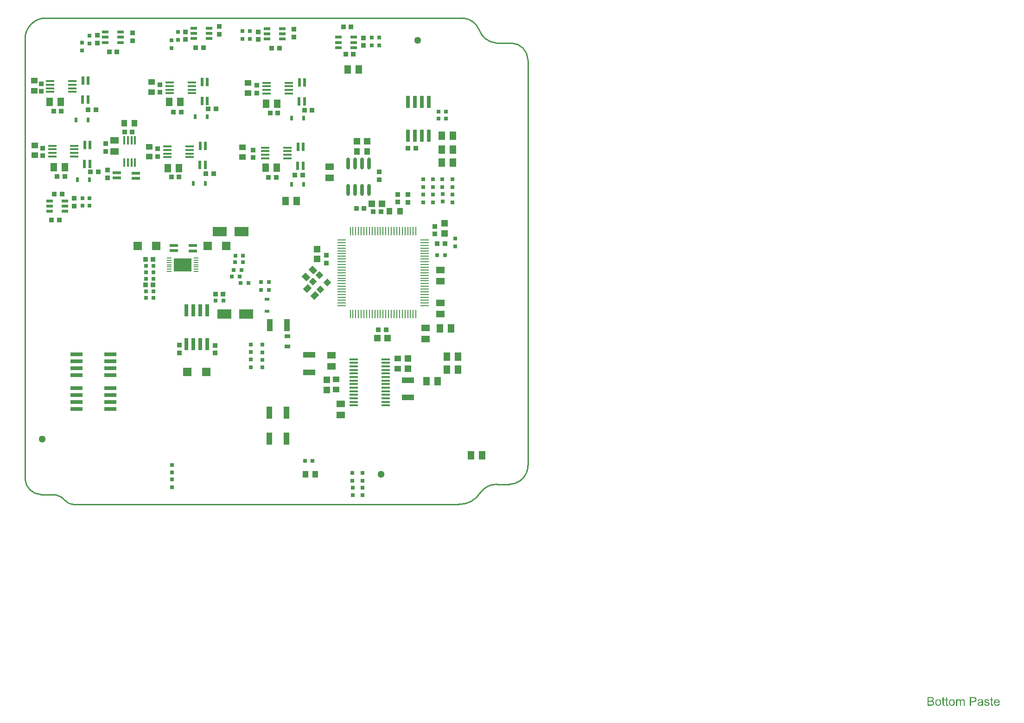
<source format=gbp>
G04*
G04 #@! TF.GenerationSoftware,Altium Limited,Altium Designer,18.1.7 (191)*
G04*
G04 Layer_Color=128*
%FSLAX25Y25*%
%MOIN*%
G70*
G01*
G75*
%ADD10C,0.01000*%
%ADD32R,0.03543X0.03543*%
%ADD34R,0.04331X0.08661*%
%ADD35R,0.04134X0.04724*%
%ADD38R,0.09843X0.06693*%
%ADD43R,0.08661X0.02756*%
%ADD44R,0.03150X0.03150*%
%ADD45R,0.06000X0.06000*%
%ADD47R,0.06000X0.04724*%
%ADD48C,0.05118*%
%ADD50R,0.04724X0.04134*%
%ADD51R,0.08661X0.04331*%
%ADD56R,0.02756X0.08661*%
%ADD58R,0.04724X0.06000*%
%ADD119R,0.04134X0.03150*%
%ADD120R,0.06102X0.01181*%
%ADD121R,0.03543X0.00787*%
%ADD122R,0.12598X0.09449*%
%ADD125O,0.02362X0.08661*%
%ADD126R,0.03150X0.03150*%
%ADD127R,0.03000X0.03000*%
%ADD128P,0.05568X4X180.0*%
%ADD129R,0.03937X0.05118*%
%ADD130R,0.02480X0.03543*%
%ADD131R,0.02480X0.03504*%
%ADD132R,0.05000X0.02000*%
%ADD133R,0.04724X0.04724*%
%ADD134R,0.01772X0.05906*%
%ADD135R,0.05906X0.02244*%
%ADD136R,0.02244X0.05906*%
%ADD137R,0.04724X0.04724*%
%ADD138R,0.03543X0.03543*%
G04:AMPARAMS|DCode=139|XSize=41.34mil|YSize=47.24mil|CornerRadius=0mil|HoleSize=0mil|Usage=FLASHONLY|Rotation=135.000|XOffset=0mil|YOffset=0mil|HoleType=Round|Shape=Rectangle|*
%AMROTATEDRECTD139*
4,1,4,0.03132,0.00209,-0.00209,-0.03132,-0.03132,-0.00209,0.00209,0.03132,0.03132,0.00209,0.0*
%
%ADD139ROTATEDRECTD139*%

G04:AMPARAMS|DCode=140|XSize=41.34mil|YSize=47.24mil|CornerRadius=0mil|HoleSize=0mil|Usage=FLASHONLY|Rotation=225.000|XOffset=0mil|YOffset=0mil|HoleType=Round|Shape=Rectangle|*
%AMROTATEDRECTD140*
4,1,4,-0.00209,0.03132,0.03132,-0.00209,0.00209,-0.03132,-0.03132,0.00209,-0.00209,0.03132,0.0*
%
%ADD140ROTATEDRECTD140*%

%ADD141R,0.03504X0.02480*%
%ADD142R,0.03543X0.02480*%
%ADD143R,0.05906X0.01772*%
%ADD171O,0.06090X0.00381*%
%ADD172O,0.00381X0.06090*%
G36*
X674384Y-140324D02*
X674448D01*
X674512Y-140333D01*
X674667Y-140360D01*
X674831Y-140406D01*
X675004Y-140479D01*
X675177Y-140570D01*
X675322Y-140697D01*
X675341Y-140716D01*
X675377Y-140770D01*
X675441Y-140852D01*
X675468Y-140916D01*
X675505Y-140980D01*
X675541Y-141062D01*
X675568Y-141144D01*
X675605Y-141235D01*
X675632Y-141344D01*
X675651Y-141454D01*
X675669Y-141581D01*
X675687Y-141709D01*
Y-141854D01*
Y-144988D01*
X674913D01*
Y-142119D01*
Y-142109D01*
Y-142100D01*
Y-142046D01*
Y-141964D01*
X674903Y-141864D01*
X674894Y-141754D01*
X674885Y-141645D01*
X674867Y-141535D01*
X674840Y-141454D01*
Y-141444D01*
X674822Y-141417D01*
X674803Y-141381D01*
X674776Y-141335D01*
X674740Y-141280D01*
X674694Y-141226D01*
X674639Y-141171D01*
X674566Y-141116D01*
X674557Y-141107D01*
X674530Y-141098D01*
X674494Y-141080D01*
X674430Y-141053D01*
X674366Y-141025D01*
X674284Y-141007D01*
X674202Y-140998D01*
X674102Y-140989D01*
X674056D01*
X674020Y-140998D01*
X673929Y-141007D01*
X673819Y-141025D01*
X673692Y-141071D01*
X673555Y-141126D01*
X673419Y-141208D01*
X673291Y-141317D01*
X673282Y-141335D01*
X673245Y-141381D01*
X673191Y-141454D01*
X673136Y-141563D01*
X673072Y-141709D01*
X673027Y-141882D01*
X672990Y-142091D01*
X672972Y-142337D01*
Y-144988D01*
X672198D01*
Y-142027D01*
Y-142018D01*
Y-142000D01*
Y-141982D01*
Y-141946D01*
X672189Y-141845D01*
X672170Y-141736D01*
X672152Y-141608D01*
X672116Y-141481D01*
X672070Y-141362D01*
X672007Y-141253D01*
X671997Y-141244D01*
X671970Y-141208D01*
X671924Y-141171D01*
X671861Y-141116D01*
X671779Y-141071D01*
X671669Y-141025D01*
X671542Y-140998D01*
X671387Y-140989D01*
X671332D01*
X671269Y-140998D01*
X671196Y-141007D01*
X671105Y-141034D01*
X670995Y-141062D01*
X670895Y-141107D01*
X670786Y-141162D01*
X670777Y-141171D01*
X670740Y-141198D01*
X670695Y-141235D01*
X670631Y-141289D01*
X670567Y-141362D01*
X670503Y-141454D01*
X670439Y-141554D01*
X670385Y-141672D01*
X670376Y-141690D01*
X670367Y-141736D01*
X670348Y-141809D01*
X670321Y-141909D01*
X670294Y-142046D01*
X670276Y-142210D01*
X670266Y-142401D01*
X670257Y-142620D01*
Y-144988D01*
X669483D01*
Y-140415D01*
X670175D01*
Y-141071D01*
X670185Y-141053D01*
X670212Y-141016D01*
X670266Y-140953D01*
X670330Y-140880D01*
X670412Y-140788D01*
X670512Y-140697D01*
X670622Y-140606D01*
X670749Y-140524D01*
X670767Y-140515D01*
X670813Y-140488D01*
X670886Y-140461D01*
X670986Y-140415D01*
X671105Y-140378D01*
X671241Y-140351D01*
X671396Y-140324D01*
X671560Y-140315D01*
X671642D01*
X671742Y-140324D01*
X671852Y-140342D01*
X671988Y-140369D01*
X672125Y-140406D01*
X672261Y-140461D01*
X672389Y-140533D01*
X672407Y-140542D01*
X672444Y-140570D01*
X672498Y-140615D01*
X672571Y-140688D01*
X672644Y-140770D01*
X672726Y-140870D01*
X672799Y-140989D01*
X672854Y-141126D01*
X672863Y-141116D01*
X672881Y-141089D01*
X672908Y-141053D01*
X672954Y-140998D01*
X673009Y-140934D01*
X673072Y-140870D01*
X673145Y-140798D01*
X673236Y-140716D01*
X673337Y-140643D01*
X673437Y-140570D01*
X673555Y-140506D01*
X673683Y-140442D01*
X673819Y-140388D01*
X673965Y-140351D01*
X674111Y-140324D01*
X674275Y-140315D01*
X674339D01*
X674384Y-140324D01*
D02*
G37*
G36*
X691748D02*
X691885Y-140333D01*
X692030Y-140351D01*
X692185Y-140388D01*
X692349Y-140424D01*
X692504Y-140479D01*
X692513D01*
X692522Y-140488D01*
X692568Y-140506D01*
X692641Y-140542D01*
X692732Y-140588D01*
X692832Y-140652D01*
X692932Y-140725D01*
X693023Y-140807D01*
X693105Y-140898D01*
X693114Y-140907D01*
X693132Y-140943D01*
X693169Y-141007D01*
X693215Y-141080D01*
X693260Y-141189D01*
X693306Y-141308D01*
X693342Y-141444D01*
X693378Y-141599D01*
X692622Y-141700D01*
Y-141681D01*
X692613Y-141645D01*
X692595Y-141581D01*
X692568Y-141499D01*
X692522Y-141417D01*
X692467Y-141326D01*
X692404Y-141235D01*
X692313Y-141153D01*
X692304Y-141144D01*
X692267Y-141126D01*
X692212Y-141089D01*
X692131Y-141053D01*
X692039Y-141016D01*
X691921Y-140980D01*
X691775Y-140962D01*
X691620Y-140953D01*
X691529D01*
X691438Y-140962D01*
X691320Y-140971D01*
X691201Y-140998D01*
X691074Y-141025D01*
X690955Y-141071D01*
X690855Y-141135D01*
X690846Y-141144D01*
X690819Y-141162D01*
X690782Y-141198D01*
X690746Y-141253D01*
X690700Y-141308D01*
X690664Y-141381D01*
X690636Y-141463D01*
X690627Y-141545D01*
Y-141554D01*
Y-141572D01*
X690636Y-141599D01*
Y-141636D01*
X690664Y-141727D01*
X690718Y-141818D01*
X690728Y-141827D01*
X690737Y-141836D01*
X690755Y-141864D01*
X690791Y-141891D01*
X690828Y-141918D01*
X690882Y-141955D01*
X690946Y-141982D01*
X691019Y-142018D01*
X691028D01*
X691046Y-142027D01*
X691083Y-142037D01*
X691147Y-142064D01*
X691238Y-142091D01*
X691356Y-142119D01*
X691429Y-142146D01*
X691511Y-142164D01*
X691602Y-142191D01*
X691702Y-142219D01*
X691711D01*
X691739Y-142228D01*
X691784Y-142237D01*
X691839Y-142255D01*
X691903Y-142273D01*
X691985Y-142292D01*
X692158Y-142346D01*
X692349Y-142401D01*
X692540Y-142465D01*
X692713Y-142528D01*
X692786Y-142556D01*
X692850Y-142583D01*
X692868Y-142592D01*
X692905Y-142611D01*
X692959Y-142638D01*
X693041Y-142683D01*
X693123Y-142738D01*
X693205Y-142811D01*
X693287Y-142893D01*
X693360Y-142984D01*
X693369Y-142993D01*
X693388Y-143029D01*
X693424Y-143084D01*
X693461Y-143166D01*
X693488Y-143266D01*
X693524Y-143376D01*
X693542Y-143503D01*
X693552Y-143649D01*
Y-143667D01*
Y-143713D01*
X693542Y-143786D01*
X693524Y-143886D01*
X693497Y-143995D01*
X693451Y-144114D01*
X693397Y-144250D01*
X693324Y-144378D01*
X693315Y-144396D01*
X693278Y-144432D01*
X693233Y-144496D01*
X693160Y-144569D01*
X693060Y-144651D01*
X692950Y-144742D01*
X692823Y-144824D01*
X692668Y-144906D01*
X692659D01*
X692650Y-144915D01*
X692595Y-144933D01*
X692504Y-144961D01*
X692385Y-144997D01*
X692240Y-145034D01*
X692076Y-145061D01*
X691903Y-145079D01*
X691702Y-145088D01*
X691620D01*
X691557Y-145079D01*
X691484D01*
X691393Y-145070D01*
X691301Y-145061D01*
X691201Y-145043D01*
X690983Y-144997D01*
X690755Y-144933D01*
X690536Y-144842D01*
X690436Y-144788D01*
X690345Y-144724D01*
X690336Y-144715D01*
X690327Y-144706D01*
X690272Y-144651D01*
X690190Y-144569D01*
X690099Y-144442D01*
X689999Y-144287D01*
X689898Y-144105D01*
X689817Y-143877D01*
X689753Y-143622D01*
X690518Y-143503D01*
Y-143512D01*
Y-143521D01*
X690536Y-143576D01*
X690554Y-143667D01*
X690591Y-143767D01*
X690636Y-143877D01*
X690691Y-143995D01*
X690773Y-144114D01*
X690873Y-144214D01*
X690892Y-144223D01*
X690928Y-144250D01*
X691001Y-144287D01*
X691092Y-144332D01*
X691210Y-144378D01*
X691347Y-144414D01*
X691511Y-144442D01*
X691702Y-144451D01*
X691793D01*
X691885Y-144442D01*
X692003Y-144423D01*
X692131Y-144396D01*
X692267Y-144360D01*
X692385Y-144314D01*
X692495Y-144241D01*
X692504Y-144232D01*
X692540Y-144205D01*
X692577Y-144159D01*
X692631Y-144095D01*
X692677Y-144023D01*
X692723Y-143931D01*
X692750Y-143840D01*
X692759Y-143731D01*
Y-143722D01*
Y-143685D01*
X692750Y-143640D01*
X692732Y-143576D01*
X692704Y-143512D01*
X692659Y-143449D01*
X692604Y-143376D01*
X692522Y-143321D01*
X692513Y-143312D01*
X692486Y-143303D01*
X692440Y-143275D01*
X692367Y-143248D01*
X692258Y-143212D01*
X692194Y-143184D01*
X692121Y-143166D01*
X692039Y-143139D01*
X691948Y-143112D01*
X691848Y-143084D01*
X691730Y-143057D01*
X691720D01*
X691693Y-143048D01*
X691648Y-143039D01*
X691593Y-143020D01*
X691520Y-143002D01*
X691438Y-142975D01*
X691265Y-142929D01*
X691065Y-142866D01*
X690873Y-142811D01*
X690691Y-142747D01*
X690609Y-142711D01*
X690545Y-142683D01*
X690527Y-142674D01*
X690491Y-142656D01*
X690436Y-142620D01*
X690363Y-142574D01*
X690281Y-142510D01*
X690199Y-142437D01*
X690117Y-142355D01*
X690044Y-142255D01*
X690035Y-142246D01*
X690017Y-142210D01*
X689990Y-142146D01*
X689962Y-142073D01*
X689935Y-141982D01*
X689908Y-141873D01*
X689889Y-141763D01*
X689880Y-141636D01*
Y-141618D01*
Y-141581D01*
X689889Y-141526D01*
X689898Y-141444D01*
X689917Y-141362D01*
X689935Y-141262D01*
X689971Y-141171D01*
X690017Y-141071D01*
X690026Y-141062D01*
X690044Y-141025D01*
X690072Y-140980D01*
X690117Y-140916D01*
X690172Y-140852D01*
X690236Y-140770D01*
X690308Y-140697D01*
X690400Y-140634D01*
X690409Y-140624D01*
X690436Y-140615D01*
X690472Y-140588D01*
X690527Y-140561D01*
X690600Y-140524D01*
X690682Y-140488D01*
X690782Y-140451D01*
X690892Y-140415D01*
X690910Y-140406D01*
X690946Y-140397D01*
X691010Y-140378D01*
X691092Y-140360D01*
X691192Y-140342D01*
X691301Y-140333D01*
X691429Y-140315D01*
X691648D01*
X691748Y-140324D01*
D02*
G37*
G36*
X687293D02*
X687430Y-140333D01*
X687585Y-140351D01*
X687739Y-140378D01*
X687894Y-140415D01*
X688040Y-140461D01*
X688058Y-140470D01*
X688104Y-140488D01*
X688168Y-140515D01*
X688250Y-140552D01*
X688341Y-140606D01*
X688432Y-140661D01*
X688514Y-140734D01*
X688587Y-140807D01*
X688596Y-140816D01*
X688614Y-140843D01*
X688641Y-140889D01*
X688678Y-140943D01*
X688723Y-141025D01*
X688760Y-141107D01*
X688796Y-141208D01*
X688824Y-141326D01*
Y-141335D01*
X688833Y-141362D01*
X688842Y-141417D01*
X688851Y-141490D01*
Y-141590D01*
X688860Y-141709D01*
X688869Y-141864D01*
Y-142037D01*
Y-143075D01*
Y-143084D01*
Y-143121D01*
Y-143175D01*
Y-143248D01*
Y-143330D01*
Y-143430D01*
X688878Y-143649D01*
Y-143877D01*
X688887Y-144105D01*
X688896Y-144205D01*
Y-144296D01*
X688905Y-144378D01*
X688915Y-144442D01*
Y-144451D01*
X688924Y-144487D01*
X688933Y-144542D01*
X688960Y-144615D01*
X688978Y-144697D01*
X689015Y-144788D01*
X689060Y-144888D01*
X689106Y-144988D01*
X688295D01*
X688286Y-144979D01*
X688277Y-144943D01*
X688259Y-144897D01*
X688231Y-144824D01*
X688204Y-144742D01*
X688186Y-144642D01*
X688168Y-144533D01*
X688149Y-144414D01*
X688140D01*
X688131Y-144432D01*
X688076Y-144478D01*
X687994Y-144542D01*
X687885Y-144624D01*
X687748Y-144706D01*
X687612Y-144797D01*
X687466Y-144879D01*
X687311Y-144943D01*
X687293Y-144952D01*
X687238Y-144961D01*
X687156Y-144988D01*
X687056Y-145016D01*
X686929Y-145043D01*
X686783Y-145061D01*
X686619Y-145079D01*
X686455Y-145088D01*
X686382D01*
X686327Y-145079D01*
X686264D01*
X686191Y-145070D01*
X686027Y-145043D01*
X685845Y-144997D01*
X685644Y-144933D01*
X685462Y-144842D01*
X685298Y-144724D01*
X685280Y-144706D01*
X685234Y-144660D01*
X685170Y-144578D01*
X685098Y-144469D01*
X685025Y-144332D01*
X684961Y-144177D01*
X684915Y-143986D01*
X684906Y-143895D01*
X684897Y-143786D01*
Y-143767D01*
Y-143731D01*
X684906Y-143667D01*
X684915Y-143585D01*
X684934Y-143485D01*
X684961Y-143385D01*
X684997Y-143275D01*
X685043Y-143175D01*
X685052Y-143166D01*
X685070Y-143130D01*
X685107Y-143075D01*
X685152Y-143011D01*
X685207Y-142938D01*
X685280Y-142866D01*
X685353Y-142793D01*
X685444Y-142729D01*
X685453Y-142720D01*
X685489Y-142702D01*
X685535Y-142665D01*
X685608Y-142629D01*
X685690Y-142592D01*
X685790Y-142547D01*
X685890Y-142510D01*
X686009Y-142474D01*
X686018D01*
X686054Y-142465D01*
X686109Y-142446D01*
X686182Y-142437D01*
X686273Y-142419D01*
X686391Y-142401D01*
X686528Y-142374D01*
X686692Y-142355D01*
X686701D01*
X686737Y-142346D01*
X686783D01*
X686847Y-142337D01*
X686919Y-142328D01*
X687011Y-142310D01*
X687111Y-142301D01*
X687220Y-142282D01*
X687439Y-142237D01*
X687676Y-142191D01*
X687885Y-142137D01*
X687985Y-142109D01*
X688076Y-142082D01*
Y-142073D01*
Y-142055D01*
X688086Y-142000D01*
Y-141936D01*
Y-141900D01*
Y-141882D01*
Y-141873D01*
Y-141864D01*
Y-141809D01*
X688076Y-141718D01*
X688058Y-141618D01*
X688031Y-141508D01*
X687985Y-141399D01*
X687931Y-141299D01*
X687858Y-141217D01*
X687849Y-141208D01*
X687803Y-141171D01*
X687730Y-141135D01*
X687639Y-141080D01*
X687512Y-141034D01*
X687366Y-140989D01*
X687184Y-140962D01*
X686974Y-140953D01*
X686883D01*
X686792Y-140962D01*
X686664Y-140980D01*
X686537Y-140998D01*
X686400Y-141034D01*
X686273Y-141080D01*
X686163Y-141144D01*
X686154Y-141153D01*
X686118Y-141180D01*
X686072Y-141226D01*
X686018Y-141299D01*
X685963Y-141390D01*
X685899Y-141508D01*
X685845Y-141654D01*
X685790Y-141818D01*
X685034Y-141718D01*
Y-141709D01*
X685043Y-141700D01*
Y-141672D01*
X685052Y-141636D01*
X685079Y-141554D01*
X685116Y-141435D01*
X685161Y-141317D01*
X685216Y-141189D01*
X685289Y-141062D01*
X685371Y-140943D01*
X685380Y-140934D01*
X685416Y-140898D01*
X685471Y-140843D01*
X685544Y-140770D01*
X685644Y-140697D01*
X685763Y-140624D01*
X685899Y-140542D01*
X686054Y-140479D01*
X686063D01*
X686072Y-140470D01*
X686100Y-140461D01*
X686136Y-140451D01*
X686227Y-140424D01*
X686355Y-140397D01*
X686501Y-140369D01*
X686683Y-140342D01*
X686874Y-140324D01*
X687093Y-140315D01*
X687193D01*
X687293Y-140324D01*
D02*
G37*
G36*
X682109Y-138693D02*
X682264Y-138702D01*
X682428Y-138711D01*
X682583Y-138730D01*
X682720Y-138748D01*
X682738D01*
X682802Y-138766D01*
X682884Y-138784D01*
X682993Y-138812D01*
X683111Y-138857D01*
X683239Y-138912D01*
X683376Y-138976D01*
X683494Y-139049D01*
X683512Y-139058D01*
X683549Y-139085D01*
X683603Y-139140D01*
X683676Y-139203D01*
X683758Y-139285D01*
X683840Y-139395D01*
X683931Y-139513D01*
X684004Y-139650D01*
X684013Y-139668D01*
X684032Y-139714D01*
X684068Y-139795D01*
X684104Y-139905D01*
X684132Y-140032D01*
X684168Y-140178D01*
X684187Y-140342D01*
X684196Y-140515D01*
Y-140524D01*
Y-140552D01*
Y-140588D01*
X684187Y-140652D01*
X684177Y-140716D01*
X684168Y-140798D01*
X684150Y-140889D01*
X684132Y-140989D01*
X684068Y-141198D01*
X684032Y-141308D01*
X683977Y-141426D01*
X683913Y-141545D01*
X683849Y-141654D01*
X683768Y-141763D01*
X683676Y-141873D01*
X683667Y-141882D01*
X683649Y-141900D01*
X683622Y-141927D01*
X683576Y-141955D01*
X683522Y-142000D01*
X683449Y-142046D01*
X683357Y-142100D01*
X683257Y-142146D01*
X683139Y-142201D01*
X683002Y-142255D01*
X682857Y-142301D01*
X682683Y-142337D01*
X682501Y-142374D01*
X682301Y-142401D01*
X682073Y-142419D01*
X681836Y-142428D01*
X680224D01*
Y-144988D01*
X679386D01*
Y-138684D01*
X681973D01*
X682109Y-138693D01*
D02*
G37*
G36*
X651518D02*
X651591D01*
X651755Y-138711D01*
X651937Y-138730D01*
X652128Y-138766D01*
X652320Y-138812D01*
X652493Y-138875D01*
X652502D01*
X652511Y-138884D01*
X652566Y-138912D01*
X652648Y-138957D01*
X652739Y-139021D01*
X652848Y-139103D01*
X652967Y-139203D01*
X653076Y-139331D01*
X653176Y-139468D01*
X653185Y-139486D01*
X653212Y-139540D01*
X653258Y-139613D01*
X653304Y-139723D01*
X653349Y-139850D01*
X653395Y-139987D01*
X653422Y-140142D01*
X653431Y-140297D01*
Y-140315D01*
Y-140360D01*
X653422Y-140442D01*
X653404Y-140542D01*
X653376Y-140661D01*
X653331Y-140788D01*
X653276Y-140916D01*
X653203Y-141053D01*
X653194Y-141071D01*
X653167Y-141107D01*
X653112Y-141180D01*
X653039Y-141253D01*
X652948Y-141344D01*
X652839Y-141444D01*
X652702Y-141535D01*
X652548Y-141627D01*
X652557D01*
X652575Y-141636D01*
X652602Y-141645D01*
X652639Y-141663D01*
X652748Y-141700D01*
X652876Y-141763D01*
X653012Y-141845D01*
X653167Y-141946D01*
X653304Y-142064D01*
X653431Y-142210D01*
X653440Y-142228D01*
X653477Y-142282D01*
X653531Y-142365D01*
X653586Y-142474D01*
X653641Y-142620D01*
X653695Y-142774D01*
X653732Y-142957D01*
X653741Y-143157D01*
Y-143166D01*
Y-143175D01*
Y-143230D01*
X653732Y-143321D01*
X653714Y-143430D01*
X653695Y-143558D01*
X653659Y-143695D01*
X653613Y-143840D01*
X653550Y-143986D01*
X653541Y-144004D01*
X653513Y-144050D01*
X653477Y-144114D01*
X653422Y-144205D01*
X653349Y-144296D01*
X653276Y-144396D01*
X653185Y-144496D01*
X653085Y-144578D01*
X653076Y-144587D01*
X653039Y-144615D01*
X652976Y-144651D01*
X652894Y-144688D01*
X652794Y-144742D01*
X652675Y-144797D01*
X652548Y-144842D01*
X652393Y-144888D01*
X652374D01*
X652320Y-144906D01*
X652229Y-144915D01*
X652110Y-144933D01*
X651965Y-144952D01*
X651791Y-144970D01*
X651600Y-144979D01*
X651381Y-144988D01*
X648976D01*
Y-138684D01*
X651454D01*
X651518Y-138693D01*
D02*
G37*
G36*
X695374Y-140415D02*
X696157D01*
Y-141016D01*
X695374D01*
Y-143704D01*
Y-143722D01*
Y-143758D01*
Y-143813D01*
X695383Y-143877D01*
X695392Y-144023D01*
X695401Y-144086D01*
X695410Y-144132D01*
X695419Y-144150D01*
X695446Y-144186D01*
X695483Y-144232D01*
X695547Y-144278D01*
X695565Y-144287D01*
X695611Y-144305D01*
X695692Y-144323D01*
X695811Y-144332D01*
X695902D01*
X695948Y-144323D01*
X696011D01*
X696084Y-144314D01*
X696157Y-144305D01*
X696257Y-144988D01*
X696239D01*
X696203Y-144997D01*
X696139Y-145006D01*
X696057Y-145016D01*
X695966Y-145034D01*
X695865Y-145043D01*
X695665Y-145052D01*
X695592D01*
X695519Y-145043D01*
X695428Y-145034D01*
X695319Y-145025D01*
X695210Y-144997D01*
X695109Y-144970D01*
X695009Y-144924D01*
X695000Y-144915D01*
X694973Y-144897D01*
X694936Y-144870D01*
X694882Y-144824D01*
X694836Y-144779D01*
X694781Y-144715D01*
X694727Y-144651D01*
X694690Y-144569D01*
Y-144560D01*
X694672Y-144524D01*
X694663Y-144460D01*
X694645Y-144369D01*
X694627Y-144250D01*
X694618Y-144177D01*
Y-144095D01*
X694608Y-143995D01*
X694599Y-143895D01*
Y-143786D01*
Y-143658D01*
Y-141016D01*
X694025D01*
Y-140415D01*
X694599D01*
Y-139285D01*
X695374Y-138821D01*
Y-140415D01*
D02*
G37*
G36*
X663042D02*
X663826D01*
Y-141016D01*
X663042D01*
Y-143704D01*
Y-143722D01*
Y-143758D01*
Y-143813D01*
X663051Y-143877D01*
X663060Y-144023D01*
X663069Y-144086D01*
X663079Y-144132D01*
X663088Y-144150D01*
X663115Y-144186D01*
X663152Y-144232D01*
X663215Y-144278D01*
X663234Y-144287D01*
X663279Y-144305D01*
X663361Y-144323D01*
X663480Y-144332D01*
X663571D01*
X663616Y-144323D01*
X663680D01*
X663753Y-144314D01*
X663826Y-144305D01*
X663926Y-144988D01*
X663908D01*
X663871Y-144997D01*
X663807Y-145006D01*
X663726Y-145016D01*
X663634Y-145034D01*
X663534Y-145043D01*
X663334Y-145052D01*
X663261D01*
X663188Y-145043D01*
X663097Y-145034D01*
X662988Y-145025D01*
X662878Y-144997D01*
X662778Y-144970D01*
X662678Y-144924D01*
X662669Y-144915D01*
X662641Y-144897D01*
X662605Y-144870D01*
X662550Y-144824D01*
X662505Y-144779D01*
X662450Y-144715D01*
X662395Y-144651D01*
X662359Y-144569D01*
Y-144560D01*
X662341Y-144524D01*
X662332Y-144460D01*
X662313Y-144369D01*
X662295Y-144250D01*
X662286Y-144177D01*
Y-144095D01*
X662277Y-143995D01*
X662268Y-143895D01*
Y-143786D01*
Y-143658D01*
Y-141016D01*
X661694D01*
Y-140415D01*
X662268D01*
Y-139285D01*
X663042Y-138821D01*
Y-140415D01*
D02*
G37*
G36*
X660592D02*
X661375D01*
Y-141016D01*
X660592D01*
Y-143704D01*
Y-143722D01*
Y-143758D01*
Y-143813D01*
X660601Y-143877D01*
X660610Y-144023D01*
X660619Y-144086D01*
X660628Y-144132D01*
X660637Y-144150D01*
X660665Y-144186D01*
X660701Y-144232D01*
X660765Y-144278D01*
X660783Y-144287D01*
X660828Y-144305D01*
X660911Y-144323D01*
X661029Y-144332D01*
X661120D01*
X661166Y-144323D01*
X661229D01*
X661302Y-144314D01*
X661375Y-144305D01*
X661475Y-144988D01*
X661457D01*
X661421Y-144997D01*
X661357Y-145006D01*
X661275Y-145016D01*
X661184Y-145034D01*
X661084Y-145043D01*
X660883Y-145052D01*
X660810D01*
X660737Y-145043D01*
X660646Y-145034D01*
X660537Y-145025D01*
X660428Y-144997D01*
X660327Y-144970D01*
X660227Y-144924D01*
X660218Y-144915D01*
X660191Y-144897D01*
X660154Y-144870D01*
X660100Y-144824D01*
X660054Y-144779D01*
X660000Y-144715D01*
X659945Y-144651D01*
X659908Y-144569D01*
Y-144560D01*
X659890Y-144524D01*
X659881Y-144460D01*
X659863Y-144369D01*
X659845Y-144250D01*
X659835Y-144177D01*
Y-144095D01*
X659826Y-143995D01*
X659817Y-143895D01*
Y-143786D01*
Y-143658D01*
Y-141016D01*
X659243D01*
Y-140415D01*
X659817D01*
Y-139285D01*
X660592Y-138821D01*
Y-140415D01*
D02*
G37*
G36*
X698945Y-140324D02*
X699018Y-140333D01*
X699109Y-140351D01*
X699209Y-140369D01*
X699327Y-140397D01*
X699437Y-140424D01*
X699564Y-140470D01*
X699683Y-140515D01*
X699810Y-140579D01*
X699938Y-140652D01*
X700065Y-140734D01*
X700184Y-140834D01*
X700293Y-140943D01*
X700302Y-140953D01*
X700320Y-140971D01*
X700348Y-141007D01*
X700384Y-141062D01*
X700430Y-141126D01*
X700475Y-141198D01*
X700530Y-141289D01*
X700585Y-141399D01*
X700639Y-141517D01*
X700694Y-141645D01*
X700739Y-141791D01*
X700785Y-141946D01*
X700821Y-142119D01*
X700849Y-142301D01*
X700867Y-142492D01*
X700876Y-142702D01*
Y-142711D01*
Y-142747D01*
Y-142811D01*
X700867Y-142902D01*
X697451D01*
Y-142911D01*
Y-142938D01*
X697460Y-142975D01*
Y-143029D01*
X697469Y-143093D01*
X697487Y-143166D01*
X697514Y-143330D01*
X697569Y-143512D01*
X697642Y-143713D01*
X697742Y-143895D01*
X697870Y-144059D01*
X697879D01*
X697888Y-144077D01*
X697943Y-144123D01*
X698025Y-144186D01*
X698134Y-144250D01*
X698280Y-144323D01*
X698444Y-144387D01*
X698626Y-144432D01*
X698726Y-144442D01*
X698835Y-144451D01*
X698908D01*
X698990Y-144442D01*
X699090Y-144423D01*
X699200Y-144396D01*
X699327Y-144360D01*
X699446Y-144305D01*
X699564Y-144232D01*
X699573Y-144223D01*
X699619Y-144186D01*
X699674Y-144132D01*
X699737Y-144059D01*
X699810Y-143959D01*
X699892Y-143831D01*
X699974Y-143685D01*
X700047Y-143512D01*
X700849Y-143613D01*
Y-143622D01*
X700840Y-143640D01*
X700831Y-143676D01*
X700812Y-143731D01*
X700785Y-143786D01*
X700758Y-143859D01*
X700685Y-144013D01*
X700594Y-144186D01*
X700466Y-144369D01*
X700320Y-144542D01*
X700138Y-144706D01*
X700129D01*
X700111Y-144724D01*
X700083Y-144742D01*
X700047Y-144770D01*
X699992Y-144797D01*
X699938Y-144824D01*
X699865Y-144861D01*
X699783Y-144897D01*
X699692Y-144933D01*
X699601Y-144970D01*
X699373Y-145025D01*
X699118Y-145070D01*
X698835Y-145088D01*
X698735D01*
X698671Y-145079D01*
X698589Y-145070D01*
X698489Y-145052D01*
X698380Y-145034D01*
X698261Y-145016D01*
X698006Y-144943D01*
X697870Y-144888D01*
X697742Y-144833D01*
X697606Y-144760D01*
X697478Y-144678D01*
X697360Y-144587D01*
X697241Y-144478D01*
X697232Y-144469D01*
X697214Y-144451D01*
X697187Y-144414D01*
X697150Y-144360D01*
X697105Y-144296D01*
X697059Y-144223D01*
X697004Y-144132D01*
X696950Y-144032D01*
X696895Y-143913D01*
X696840Y-143786D01*
X696795Y-143640D01*
X696749Y-143485D01*
X696713Y-143321D01*
X696686Y-143139D01*
X696667Y-142948D01*
X696658Y-142747D01*
Y-142738D01*
Y-142692D01*
Y-142638D01*
X696667Y-142556D01*
X696676Y-142456D01*
X696686Y-142346D01*
X696704Y-142219D01*
X696731Y-142091D01*
X696804Y-141800D01*
X696849Y-141654D01*
X696904Y-141499D01*
X696977Y-141353D01*
X697059Y-141217D01*
X697150Y-141080D01*
X697250Y-140953D01*
X697259Y-140943D01*
X697278Y-140925D01*
X697314Y-140898D01*
X697360Y-140852D01*
X697414Y-140807D01*
X697487Y-140752D01*
X697569Y-140688D01*
X697669Y-140634D01*
X697769Y-140570D01*
X697888Y-140515D01*
X698015Y-140461D01*
X698152Y-140415D01*
X698298Y-140369D01*
X698453Y-140342D01*
X698617Y-140324D01*
X698790Y-140315D01*
X698881D01*
X698945Y-140324D01*
D02*
G37*
G36*
X666595D02*
X666677Y-140333D01*
X666768Y-140351D01*
X666868Y-140369D01*
X666987Y-140388D01*
X667233Y-140470D01*
X667360Y-140515D01*
X667488Y-140579D01*
X667615Y-140643D01*
X667743Y-140734D01*
X667861Y-140825D01*
X667980Y-140934D01*
X667989Y-140943D01*
X668007Y-140962D01*
X668035Y-140998D01*
X668071Y-141044D01*
X668117Y-141107D01*
X668171Y-141189D01*
X668226Y-141280D01*
X668281Y-141381D01*
X668335Y-141490D01*
X668390Y-141627D01*
X668444Y-141763D01*
X668490Y-141918D01*
X668526Y-142082D01*
X668554Y-142255D01*
X668572Y-142437D01*
X668581Y-142638D01*
Y-142647D01*
Y-142674D01*
Y-142720D01*
Y-142784D01*
X668572Y-142857D01*
X668563Y-142948D01*
Y-143039D01*
X668545Y-143139D01*
X668517Y-143367D01*
X668463Y-143594D01*
X668399Y-143822D01*
X668308Y-144032D01*
Y-144041D01*
X668299Y-144050D01*
X668281Y-144077D01*
X668262Y-144114D01*
X668198Y-144205D01*
X668117Y-144314D01*
X668007Y-144442D01*
X667871Y-144569D01*
X667716Y-144697D01*
X667533Y-144815D01*
X667524D01*
X667515Y-144824D01*
X667488Y-144842D01*
X667442Y-144861D01*
X667397Y-144879D01*
X667342Y-144897D01*
X667205Y-144952D01*
X667051Y-144997D01*
X666859Y-145043D01*
X666659Y-145079D01*
X666440Y-145088D01*
X666349D01*
X666276Y-145079D01*
X666194Y-145070D01*
X666103Y-145052D01*
X665994Y-145034D01*
X665884Y-145016D01*
X665639Y-144943D01*
X665502Y-144888D01*
X665374Y-144833D01*
X665247Y-144760D01*
X665119Y-144678D01*
X665001Y-144587D01*
X664882Y-144478D01*
X664873Y-144469D01*
X664855Y-144451D01*
X664828Y-144414D01*
X664791Y-144360D01*
X664746Y-144296D01*
X664700Y-144223D01*
X664646Y-144132D01*
X664591Y-144023D01*
X664536Y-143904D01*
X664482Y-143767D01*
X664436Y-143622D01*
X664391Y-143467D01*
X664354Y-143294D01*
X664327Y-143112D01*
X664309Y-142911D01*
X664299Y-142702D01*
Y-142683D01*
Y-142647D01*
X664309Y-142583D01*
Y-142492D01*
X664318Y-142392D01*
X664336Y-142264D01*
X664354Y-142137D01*
X664391Y-141991D01*
X664427Y-141845D01*
X664472Y-141690D01*
X664527Y-141526D01*
X664600Y-141372D01*
X664673Y-141226D01*
X664773Y-141080D01*
X664873Y-140943D01*
X665001Y-140825D01*
X665010Y-140816D01*
X665028Y-140807D01*
X665065Y-140779D01*
X665110Y-140743D01*
X665165Y-140707D01*
X665238Y-140661D01*
X665311Y-140615D01*
X665402Y-140570D01*
X665502Y-140524D01*
X665611Y-140479D01*
X665857Y-140397D01*
X666140Y-140333D01*
X666285Y-140324D01*
X666440Y-140315D01*
X666531D01*
X666595Y-140324D01*
D02*
G37*
G36*
X656793D02*
X656875Y-140333D01*
X656966Y-140351D01*
X657066Y-140369D01*
X657185Y-140388D01*
X657431Y-140470D01*
X657558Y-140515D01*
X657686Y-140579D01*
X657813Y-140643D01*
X657941Y-140734D01*
X658059Y-140825D01*
X658178Y-140934D01*
X658187Y-140943D01*
X658205Y-140962D01*
X658232Y-140998D01*
X658269Y-141044D01*
X658314Y-141107D01*
X658369Y-141189D01*
X658423Y-141280D01*
X658478Y-141381D01*
X658533Y-141490D01*
X658587Y-141627D01*
X658642Y-141763D01*
X658688Y-141918D01*
X658724Y-142082D01*
X658751Y-142255D01*
X658770Y-142437D01*
X658779Y-142638D01*
Y-142647D01*
Y-142674D01*
Y-142720D01*
Y-142784D01*
X658770Y-142857D01*
X658760Y-142948D01*
Y-143039D01*
X658742Y-143139D01*
X658715Y-143367D01*
X658660Y-143594D01*
X658597Y-143822D01*
X658505Y-144032D01*
Y-144041D01*
X658496Y-144050D01*
X658478Y-144077D01*
X658460Y-144114D01*
X658396Y-144205D01*
X658314Y-144314D01*
X658205Y-144442D01*
X658068Y-144569D01*
X657913Y-144697D01*
X657731Y-144815D01*
X657722D01*
X657713Y-144824D01*
X657686Y-144842D01*
X657640Y-144861D01*
X657594Y-144879D01*
X657540Y-144897D01*
X657403Y-144952D01*
X657248Y-144997D01*
X657057Y-145043D01*
X656856Y-145079D01*
X656638Y-145088D01*
X656547D01*
X656474Y-145079D01*
X656392Y-145070D01*
X656301Y-145052D01*
X656191Y-145034D01*
X656082Y-145016D01*
X655836Y-144943D01*
X655700Y-144888D01*
X655572Y-144833D01*
X655444Y-144760D01*
X655317Y-144678D01*
X655198Y-144587D01*
X655080Y-144478D01*
X655071Y-144469D01*
X655053Y-144451D01*
X655025Y-144414D01*
X654989Y-144360D01*
X654943Y-144296D01*
X654898Y-144223D01*
X654843Y-144132D01*
X654789Y-144023D01*
X654734Y-143904D01*
X654679Y-143767D01*
X654634Y-143622D01*
X654588Y-143467D01*
X654552Y-143294D01*
X654524Y-143112D01*
X654506Y-142911D01*
X654497Y-142702D01*
Y-142683D01*
Y-142647D01*
X654506Y-142583D01*
Y-142492D01*
X654515Y-142392D01*
X654533Y-142264D01*
X654552Y-142137D01*
X654588Y-141991D01*
X654625Y-141845D01*
X654670Y-141690D01*
X654725Y-141526D01*
X654798Y-141372D01*
X654871Y-141226D01*
X654971Y-141080D01*
X655071Y-140943D01*
X655198Y-140825D01*
X655208Y-140816D01*
X655226Y-140807D01*
X655262Y-140779D01*
X655308Y-140743D01*
X655363Y-140707D01*
X655435Y-140661D01*
X655508Y-140615D01*
X655599Y-140570D01*
X655700Y-140524D01*
X655809Y-140479D01*
X656055Y-140397D01*
X656337Y-140333D01*
X656483Y-140324D01*
X656638Y-140315D01*
X656729D01*
X656793Y-140324D01*
D02*
G37*
%LPC*%
G36*
X688086Y-142692D02*
X688076D01*
X688067Y-142702D01*
X688040Y-142711D01*
X688004Y-142720D01*
X687958Y-142738D01*
X687903Y-142756D01*
X687840Y-142774D01*
X687767Y-142793D01*
X687685Y-142820D01*
X687585Y-142838D01*
X687484Y-142866D01*
X687366Y-142893D01*
X687238Y-142920D01*
X687111Y-142948D01*
X686965Y-142966D01*
X686810Y-142993D01*
X686792D01*
X686737Y-143002D01*
X686646Y-143020D01*
X686546Y-143039D01*
X686437Y-143057D01*
X686327Y-143084D01*
X686227Y-143112D01*
X686136Y-143148D01*
X686127D01*
X686100Y-143166D01*
X686063Y-143184D01*
X686027Y-143212D01*
X685917Y-143285D01*
X685826Y-143394D01*
Y-143403D01*
X685808Y-143421D01*
X685799Y-143458D01*
X685781Y-143503D01*
X685763Y-143558D01*
X685744Y-143613D01*
X685735Y-143685D01*
X685726Y-143758D01*
Y-143767D01*
Y-143813D01*
X685735Y-143868D01*
X685753Y-143941D01*
X685781Y-144023D01*
X685826Y-144105D01*
X685881Y-144196D01*
X685954Y-144278D01*
X685963Y-144287D01*
X685999Y-144305D01*
X686054Y-144341D01*
X686127Y-144378D01*
X686227Y-144414D01*
X686346Y-144451D01*
X686482Y-144469D01*
X686646Y-144478D01*
X686719D01*
X686810Y-144469D01*
X686910Y-144451D01*
X687038Y-144432D01*
X687165Y-144396D01*
X687302Y-144351D01*
X687439Y-144287D01*
X687457Y-144278D01*
X687494Y-144250D01*
X687557Y-144205D01*
X687630Y-144141D01*
X687712Y-144068D01*
X687803Y-143977D01*
X687876Y-143868D01*
X687949Y-143749D01*
X687958Y-143740D01*
X687967Y-143704D01*
X687985Y-143640D01*
X688013Y-143558D01*
X688040Y-143449D01*
X688058Y-143321D01*
X688067Y-143166D01*
X688076Y-142984D01*
X688086Y-142692D01*
D02*
G37*
G36*
X682027Y-139431D02*
X680224D01*
Y-141681D01*
X681918D01*
X681982Y-141672D01*
X682046D01*
X682119Y-141663D01*
X682292Y-141645D01*
X682483Y-141608D01*
X682674Y-141554D01*
X682847Y-141481D01*
X682929Y-141435D01*
X682993Y-141381D01*
X683011Y-141362D01*
X683048Y-141326D01*
X683102Y-141253D01*
X683166Y-141162D01*
X683230Y-141044D01*
X683285Y-140898D01*
X683321Y-140734D01*
X683339Y-140542D01*
Y-140533D01*
Y-140524D01*
Y-140479D01*
X683330Y-140397D01*
X683312Y-140306D01*
X683294Y-140205D01*
X683257Y-140087D01*
X683203Y-139978D01*
X683139Y-139868D01*
X683130Y-139859D01*
X683102Y-139823D01*
X683057Y-139777D01*
X683002Y-139714D01*
X682920Y-139650D01*
X682829Y-139595D01*
X682729Y-139540D01*
X682611Y-139495D01*
X682601D01*
X682565Y-139486D01*
X682510Y-139477D01*
X682437Y-139458D01*
X682328Y-139449D01*
X682191Y-139440D01*
X682027Y-139431D01*
D02*
G37*
G36*
X651308D02*
X649815D01*
Y-141326D01*
X651363D01*
X651482Y-141317D01*
X651609Y-141308D01*
X651737Y-141299D01*
X651864Y-141280D01*
X651965Y-141262D01*
X651983Y-141253D01*
X652019Y-141244D01*
X652074Y-141217D01*
X652147Y-141180D01*
X652219Y-141144D01*
X652302Y-141089D01*
X652384Y-141016D01*
X652447Y-140943D01*
X652456Y-140934D01*
X652475Y-140907D01*
X652502Y-140852D01*
X652529Y-140788D01*
X652557Y-140716D01*
X652584Y-140624D01*
X652602Y-140515D01*
X652611Y-140397D01*
Y-140378D01*
Y-140342D01*
X652602Y-140287D01*
X652593Y-140215D01*
X652575Y-140123D01*
X652548Y-140032D01*
X652511Y-139941D01*
X652456Y-139850D01*
X652447Y-139841D01*
X652429Y-139814D01*
X652393Y-139768D01*
X652347Y-139723D01*
X652283Y-139668D01*
X652210Y-139613D01*
X652119Y-139559D01*
X652019Y-139522D01*
X652010D01*
X651965Y-139504D01*
X651901Y-139495D01*
X651800Y-139477D01*
X651664Y-139458D01*
X651509Y-139449D01*
X651308Y-139431D01*
D02*
G37*
G36*
X651473Y-142073D02*
X649815D01*
Y-144241D01*
X651609D01*
X651800Y-144232D01*
X651883Y-144223D01*
X651955Y-144214D01*
X651965D01*
X652001Y-144205D01*
X652056Y-144196D01*
X652119Y-144177D01*
X652274Y-144123D01*
X652429Y-144050D01*
X652438Y-144041D01*
X652465Y-144023D01*
X652502Y-143995D01*
X652548Y-143959D01*
X652593Y-143904D01*
X652657Y-143850D01*
X652702Y-143777D01*
X652757Y-143695D01*
X652766Y-143685D01*
X652775Y-143658D01*
X652794Y-143604D01*
X652821Y-143540D01*
X652848Y-143467D01*
X652866Y-143376D01*
X652876Y-143266D01*
X652885Y-143157D01*
Y-143139D01*
Y-143102D01*
X652876Y-143029D01*
X652857Y-142948D01*
X652839Y-142857D01*
X652803Y-142756D01*
X652757Y-142656D01*
X652693Y-142556D01*
X652684Y-142547D01*
X652657Y-142510D01*
X652620Y-142465D01*
X652566Y-142410D01*
X652493Y-142346D01*
X652402Y-142282D01*
X652302Y-142228D01*
X652183Y-142182D01*
X652165Y-142173D01*
X652128Y-142164D01*
X652046Y-142146D01*
X651946Y-142128D01*
X651819Y-142109D01*
X651664Y-142091D01*
X651473Y-142073D01*
D02*
G37*
G36*
X698799Y-140953D02*
X698744D01*
X698708Y-140962D01*
X698608Y-140971D01*
X698489Y-140998D01*
X698344Y-141044D01*
X698189Y-141107D01*
X698043Y-141198D01*
X697897Y-141317D01*
X697879Y-141335D01*
X697842Y-141381D01*
X697779Y-141463D01*
X697715Y-141572D01*
X697642Y-141700D01*
X697578Y-141864D01*
X697524Y-142055D01*
X697496Y-142264D01*
X700056D01*
Y-142255D01*
Y-142237D01*
X700047Y-142210D01*
Y-142173D01*
X700029Y-142064D01*
X700001Y-141946D01*
X699956Y-141800D01*
X699910Y-141663D01*
X699837Y-141526D01*
X699755Y-141408D01*
Y-141399D01*
X699737Y-141390D01*
X699692Y-141335D01*
X699610Y-141262D01*
X699500Y-141180D01*
X699364Y-141098D01*
X699200Y-141025D01*
X699009Y-140971D01*
X698908Y-140962D01*
X698799Y-140953D01*
D02*
G37*
G36*
X666440D02*
X666386D01*
X666340Y-140962D01*
X666240Y-140971D01*
X666103Y-141007D01*
X665948Y-141062D01*
X665784Y-141135D01*
X665629Y-141244D01*
X665548Y-141317D01*
X665475Y-141390D01*
Y-141399D01*
X665456Y-141408D01*
X665438Y-141435D01*
X665411Y-141472D01*
X665383Y-141517D01*
X665356Y-141572D01*
X665320Y-141645D01*
X665283Y-141718D01*
X665247Y-141809D01*
X665210Y-141900D01*
X665183Y-142009D01*
X665156Y-142128D01*
X665128Y-142255D01*
X665110Y-142392D01*
X665101Y-142547D01*
X665092Y-142702D01*
Y-142711D01*
Y-142738D01*
Y-142784D01*
X665101Y-142847D01*
Y-142920D01*
X665110Y-143002D01*
X665137Y-143193D01*
X665183Y-143412D01*
X665256Y-143631D01*
X665347Y-143840D01*
X665411Y-143931D01*
X665475Y-144023D01*
X665484D01*
X665493Y-144041D01*
X665548Y-144086D01*
X665629Y-144159D01*
X665739Y-144232D01*
X665875Y-144314D01*
X666039Y-144387D01*
X666231Y-144432D01*
X666331Y-144442D01*
X666440Y-144451D01*
X666495D01*
X666540Y-144442D01*
X666641Y-144423D01*
X666777Y-144396D01*
X666923Y-144341D01*
X667087Y-144269D01*
X667242Y-144159D01*
X667324Y-144086D01*
X667397Y-144013D01*
X667406Y-144004D01*
X667415Y-143995D01*
X667433Y-143968D01*
X667461Y-143931D01*
X667488Y-143886D01*
X667524Y-143831D01*
X667561Y-143758D01*
X667597Y-143685D01*
X667634Y-143594D01*
X667661Y-143494D01*
X667697Y-143385D01*
X667725Y-143266D01*
X667752Y-143130D01*
X667770Y-142993D01*
X667789Y-142838D01*
Y-142674D01*
Y-142665D01*
Y-142638D01*
Y-142592D01*
X667779Y-142538D01*
Y-142465D01*
X667770Y-142383D01*
X667743Y-142191D01*
X667697Y-141991D01*
X667625Y-141772D01*
X667524Y-141572D01*
X667470Y-141472D01*
X667397Y-141390D01*
Y-141381D01*
X667379Y-141372D01*
X667324Y-141317D01*
X667242Y-141253D01*
X667133Y-141171D01*
X666996Y-141089D01*
X666832Y-141016D01*
X666650Y-140971D01*
X666550Y-140962D01*
X666440Y-140953D01*
D02*
G37*
G36*
X656638D02*
X656583D01*
X656538Y-140962D01*
X656437Y-140971D01*
X656301Y-141007D01*
X656146Y-141062D01*
X655982Y-141135D01*
X655827Y-141244D01*
X655745Y-141317D01*
X655672Y-141390D01*
Y-141399D01*
X655654Y-141408D01*
X655636Y-141435D01*
X655609Y-141472D01*
X655581Y-141517D01*
X655554Y-141572D01*
X655517Y-141645D01*
X655481Y-141718D01*
X655444Y-141809D01*
X655408Y-141900D01*
X655381Y-142009D01*
X655353Y-142128D01*
X655326Y-142255D01*
X655308Y-142392D01*
X655299Y-142547D01*
X655290Y-142702D01*
Y-142711D01*
Y-142738D01*
Y-142784D01*
X655299Y-142847D01*
Y-142920D01*
X655308Y-143002D01*
X655335Y-143193D01*
X655381Y-143412D01*
X655454Y-143631D01*
X655545Y-143840D01*
X655609Y-143931D01*
X655672Y-144023D01*
X655681D01*
X655690Y-144041D01*
X655745Y-144086D01*
X655827Y-144159D01*
X655936Y-144232D01*
X656073Y-144314D01*
X656237Y-144387D01*
X656428Y-144432D01*
X656529Y-144442D01*
X656638Y-144451D01*
X656693D01*
X656738Y-144442D01*
X656838Y-144423D01*
X656975Y-144396D01*
X657121Y-144341D01*
X657285Y-144269D01*
X657440Y-144159D01*
X657522Y-144086D01*
X657594Y-144013D01*
X657604Y-144004D01*
X657613Y-143995D01*
X657631Y-143968D01*
X657658Y-143931D01*
X657686Y-143886D01*
X657722Y-143831D01*
X657758Y-143758D01*
X657795Y-143685D01*
X657831Y-143594D01*
X657859Y-143494D01*
X657895Y-143385D01*
X657922Y-143266D01*
X657950Y-143130D01*
X657968Y-142993D01*
X657986Y-142838D01*
Y-142674D01*
Y-142665D01*
Y-142638D01*
Y-142592D01*
X657977Y-142538D01*
Y-142465D01*
X657968Y-142383D01*
X657941Y-142191D01*
X657895Y-141991D01*
X657822Y-141772D01*
X657722Y-141572D01*
X657667Y-141472D01*
X657594Y-141390D01*
Y-141381D01*
X657576Y-141372D01*
X657522Y-141317D01*
X657440Y-141253D01*
X657330Y-141171D01*
X657194Y-141089D01*
X657030Y-141016D01*
X656847Y-140971D01*
X656747Y-140962D01*
X656638Y-140953D01*
D02*
G37*
%LPD*%
D10*
X14449Y349882D02*
G03*
X45Y335005I609J-15002D01*
G01*
X326575Y341220D02*
G03*
X314724Y349882I-12571J-4763D01*
G01*
X326575Y341339D02*
G03*
X338898Y331928I13326J4677D01*
G01*
X361631Y319611D02*
G03*
X349410Y331906I-12330J-35D01*
G01*
X339435Y14356D02*
G03*
X327284Y8150I-253J-14503D01*
G01*
X348242Y14356D02*
G03*
X361631Y27953I-102J13490D01*
G01*
X311967Y-72D02*
G03*
X327284Y8150I575J17307D01*
G01*
X29278Y2252D02*
G03*
X34488Y-72I4950J4095D01*
G01*
X29278Y2252D02*
G03*
X21524Y6947I-10086J-7908D01*
G01*
X39Y18032D02*
G03*
X11317Y6947I11796J722D01*
G01*
X39Y18032D02*
Y334880D01*
X14449Y349882D02*
X16575D01*
X314724D01*
X338898Y331928D02*
X349301D01*
X361631Y27953D02*
X361631Y319611D01*
X339181Y14356D02*
X348242D01*
X34488Y-72D02*
X311967Y-72D01*
X11317Y6947D02*
X21524D01*
D32*
X275394Y256260D02*
D03*
X280906D02*
D03*
X142386Y151166D02*
D03*
X136874D02*
D03*
X86598Y176323D02*
D03*
X92110D02*
D03*
X86598Y157924D02*
D03*
X92110D02*
D03*
X256008Y210497D02*
D03*
X250496D02*
D03*
X243724Y212938D02*
D03*
X238212D02*
D03*
X301992Y187623D02*
D03*
X296480D02*
D03*
X71638Y267938D02*
D03*
X77149D02*
D03*
X45457Y283843D02*
D03*
X50968D02*
D03*
X20535Y282820D02*
D03*
X26047D02*
D03*
X47071Y239276D02*
D03*
X52583D02*
D03*
X23094Y235733D02*
D03*
X28606D02*
D03*
X131835Y284552D02*
D03*
X137346D02*
D03*
X106835Y282229D02*
D03*
X112346D02*
D03*
X19039Y204394D02*
D03*
X24551D02*
D03*
X130024Y237820D02*
D03*
X135535D02*
D03*
X105220Y235379D02*
D03*
X110732D02*
D03*
X200968Y283371D02*
D03*
X206480D02*
D03*
X176283Y281599D02*
D03*
X181795D02*
D03*
X199630Y236835D02*
D03*
X194118D02*
D03*
X175142Y235339D02*
D03*
X180654D02*
D03*
X128331Y328686D02*
D03*
X122819D02*
D03*
X66126Y325575D02*
D03*
X60614D02*
D03*
X21008Y223174D02*
D03*
X26520D02*
D03*
X182858Y328331D02*
D03*
X177346D02*
D03*
X236087Y323725D02*
D03*
X230575D02*
D03*
X228961Y343607D02*
D03*
X234472D02*
D03*
X259630Y125497D02*
D03*
X254118D02*
D03*
D34*
X175535Y65969D02*
D03*
X188134D02*
D03*
X188488Y128804D02*
D03*
X175890D02*
D03*
X188134Y47111D02*
D03*
X175535D02*
D03*
D35*
X208799Y21378D02*
D03*
X201516D02*
D03*
X71421Y274197D02*
D03*
X78705D02*
D03*
X245870Y253961D02*
D03*
X238586D02*
D03*
D38*
X159079Y136835D02*
D03*
X143331D02*
D03*
X139984Y196166D02*
D03*
X155732D02*
D03*
D43*
X36913Y92819D02*
D03*
Y97820D02*
D03*
Y102820D02*
D03*
Y107819D02*
D03*
X61342Y92819D02*
D03*
Y97820D02*
D03*
Y102820D02*
D03*
Y107819D02*
D03*
X36913Y68449D02*
D03*
Y73449D02*
D03*
Y78449D02*
D03*
Y83449D02*
D03*
X61342Y68449D02*
D03*
Y73449D02*
D03*
Y78449D02*
D03*
Y83449D02*
D03*
D44*
X154325Y163976D02*
D03*
X148825D02*
D03*
X175268Y154232D02*
D03*
X169768D02*
D03*
Y159730D02*
D03*
X175268D02*
D03*
X297286Y282575D02*
D03*
X302786D02*
D03*
X297286Y277362D02*
D03*
X302786D02*
D03*
X301947Y179079D02*
D03*
X296447D02*
D03*
X92493Y153128D02*
D03*
X86993D02*
D03*
Y166927D02*
D03*
X92493D02*
D03*
X155026Y159129D02*
D03*
X160526D02*
D03*
X137037Y146442D02*
D03*
X142537D02*
D03*
X86993Y148528D02*
D03*
X92493D02*
D03*
X86993Y162327D02*
D03*
X92493D02*
D03*
X155604Y168504D02*
D03*
X150104D02*
D03*
X92493Y171527D02*
D03*
X86993D02*
D03*
X156589Y174337D02*
D03*
X151089D02*
D03*
X206789Y31166D02*
D03*
X201289D02*
D03*
X156687Y178839D02*
D03*
X151187D02*
D03*
D45*
X130215Y95157D02*
D03*
X116715D02*
D03*
X131226Y185969D02*
D03*
X144726D02*
D03*
X80872D02*
D03*
X94372D02*
D03*
D47*
X288113Y119016D02*
D03*
Y127016D02*
D03*
X219149Y242937D02*
D03*
Y234937D02*
D03*
X226953Y72331D02*
D03*
Y64331D02*
D03*
X220181Y107056D02*
D03*
Y99056D02*
D03*
X64275Y253938D02*
D03*
Y261938D02*
D03*
X298543Y168606D02*
D03*
Y160606D02*
D03*
Y144787D02*
D03*
Y136787D02*
D03*
D48*
X256063Y21496D02*
D03*
X282205Y333819D02*
D03*
X12362Y46811D02*
D03*
D50*
X267898Y104808D02*
D03*
Y97524D02*
D03*
X223803Y89847D02*
D03*
Y82564D02*
D03*
X89197Y250044D02*
D03*
Y257327D02*
D03*
X91165Y296501D02*
D03*
Y303784D02*
D03*
X160417Y295831D02*
D03*
Y303115D02*
D03*
X6559Y297406D02*
D03*
Y304690D02*
D03*
X7071Y251067D02*
D03*
Y258351D02*
D03*
X156475Y249717D02*
D03*
Y257001D02*
D03*
D51*
X275457Y89316D02*
D03*
Y76717D02*
D03*
X204433Y107583D02*
D03*
Y94985D02*
D03*
D56*
X115850Y139473D02*
D03*
X120850D02*
D03*
X125850D02*
D03*
X130850D02*
D03*
X115850Y115044D02*
D03*
X120850D02*
D03*
X125850D02*
D03*
X130850D02*
D03*
X290456Y265098D02*
D03*
X285455D02*
D03*
X280455D02*
D03*
X275455D02*
D03*
X290456Y289528D02*
D03*
X285455D02*
D03*
X280455D02*
D03*
X275455D02*
D03*
D58*
X328764Y35157D02*
D03*
X320764D02*
D03*
X173228Y288287D02*
D03*
X181228D02*
D03*
X296835Y88543D02*
D03*
X288835D02*
D03*
X195480Y218150D02*
D03*
X187480D02*
D03*
X239984Y312795D02*
D03*
X231984D02*
D03*
X103610Y289434D02*
D03*
X111610D02*
D03*
X102835Y241929D02*
D03*
X110835D02*
D03*
X173165Y242052D02*
D03*
X181165D02*
D03*
X311386Y106330D02*
D03*
X303386D02*
D03*
X311386Y96724D02*
D03*
X303386D02*
D03*
X307572Y265354D02*
D03*
X299572D02*
D03*
X307572Y255315D02*
D03*
X299572D02*
D03*
X307572Y245709D02*
D03*
X299572D02*
D03*
X306247Y126378D02*
D03*
X298247D02*
D03*
X17653Y289370D02*
D03*
X25653D02*
D03*
X28551Y242618D02*
D03*
X20551D02*
D03*
D119*
X188646Y113469D02*
D03*
Y120753D02*
D03*
D120*
X236362Y71048D02*
D03*
Y73607D02*
D03*
Y76166D02*
D03*
Y78725D02*
D03*
Y81284D02*
D03*
Y83843D02*
D03*
Y86402D02*
D03*
Y88961D02*
D03*
Y91520D02*
D03*
Y94079D02*
D03*
Y96638D02*
D03*
Y99197D02*
D03*
Y101757D02*
D03*
Y104316D02*
D03*
X259197Y71048D02*
D03*
Y73607D02*
D03*
Y76166D02*
D03*
Y78725D02*
D03*
Y81284D02*
D03*
Y83843D02*
D03*
Y86402D02*
D03*
Y88961D02*
D03*
Y91520D02*
D03*
Y94079D02*
D03*
Y96638D02*
D03*
Y99197D02*
D03*
Y101757D02*
D03*
Y104316D02*
D03*
D121*
X123016Y169197D02*
D03*
Y170772D02*
D03*
Y172347D02*
D03*
Y173922D02*
D03*
Y175497D02*
D03*
Y177071D02*
D03*
Y167623D02*
D03*
X103724Y177071D02*
D03*
Y175497D02*
D03*
Y173922D02*
D03*
Y167623D02*
D03*
Y169197D02*
D03*
Y170772D02*
D03*
Y172347D02*
D03*
D122*
X113272Y172347D02*
D03*
D125*
X247405Y226245D02*
D03*
X242405D02*
D03*
X237405D02*
D03*
X232405D02*
D03*
X247405Y245142D02*
D03*
X242405D02*
D03*
X237405D02*
D03*
X232405D02*
D03*
D126*
X105645Y12272D02*
D03*
X235505Y6502D02*
D03*
X309291Y191057D02*
D03*
X249374Y335793D02*
D03*
Y330293D02*
D03*
X300168Y233837D02*
D03*
X170684Y98437D02*
D03*
X293226Y233837D02*
D03*
X286283D02*
D03*
X162308Y98641D02*
D03*
X242711Y16965D02*
D03*
Y22465D02*
D03*
X235417Y16965D02*
D03*
Y22465D02*
D03*
X286283Y222735D02*
D03*
Y217235D02*
D03*
X300339Y223207D02*
D03*
Y217707D02*
D03*
X105606Y22856D02*
D03*
Y28356D02*
D03*
X254591Y330293D02*
D03*
Y335793D02*
D03*
X170684Y114764D02*
D03*
Y109264D02*
D03*
X162308Y109467D02*
D03*
Y114967D02*
D03*
X307386Y217235D02*
D03*
Y222735D02*
D03*
X293226Y217235D02*
D03*
Y222735D02*
D03*
X41126Y326605D02*
D03*
Y332105D02*
D03*
X46475Y214848D02*
D03*
Y220348D02*
D03*
X46303Y331644D02*
D03*
Y337144D02*
D03*
X41259Y220348D02*
D03*
Y214848D02*
D03*
X105378Y328337D02*
D03*
Y333837D02*
D03*
X110023Y334282D02*
D03*
Y339782D02*
D03*
X156327Y340368D02*
D03*
Y334868D02*
D03*
X161820D02*
D03*
Y340368D02*
D03*
X307346Y233837D02*
D03*
X242798Y6502D02*
D03*
D127*
X105645Y17772D02*
D03*
X235505Y12002D02*
D03*
X309291Y185557D02*
D03*
X300168Y228337D02*
D03*
X170684Y103937D02*
D03*
X293226Y228337D02*
D03*
X286283D02*
D03*
X162308Y104141D02*
D03*
X307346Y228337D02*
D03*
X242798Y12002D02*
D03*
D128*
X217300Y159370D02*
D03*
X211732Y164938D02*
D03*
X206999Y160206D02*
D03*
X212428Y154499D02*
D03*
D129*
X261913Y210930D02*
D03*
X269787D02*
D03*
D130*
X200197Y230315D02*
D03*
X129626Y231004D02*
D03*
X200295Y277756D02*
D03*
X45177Y276481D02*
D03*
X46358Y233366D02*
D03*
X130905Y278740D02*
D03*
D131*
X191535Y230315D02*
D03*
X120965Y231004D02*
D03*
X191634Y277756D02*
D03*
X36516Y276481D02*
D03*
X37697Y233366D02*
D03*
X122244Y278740D02*
D03*
D132*
X225260Y332347D02*
D03*
X236283Y328607D02*
D03*
Y336087D02*
D03*
Y332347D02*
D03*
X225260Y336087D02*
D03*
Y328607D02*
D03*
X68803Y339827D02*
D03*
Y332347D02*
D03*
X57780Y336087D02*
D03*
Y332347D02*
D03*
Y339827D02*
D03*
X68803Y336087D02*
D03*
X17661Y210772D02*
D03*
Y218253D02*
D03*
X28685Y214512D02*
D03*
Y218253D02*
D03*
Y210772D02*
D03*
X17661Y214512D02*
D03*
X132346Y342509D02*
D03*
Y335028D02*
D03*
X121323Y338768D02*
D03*
Y335028D02*
D03*
Y342509D02*
D03*
X132346Y338768D02*
D03*
X185146Y342245D02*
D03*
Y334764D02*
D03*
X174123Y338505D02*
D03*
Y334764D02*
D03*
Y342245D02*
D03*
X185146Y338505D02*
D03*
D133*
X253212Y119394D02*
D03*
X260535D02*
D03*
X256756Y216323D02*
D03*
X249433D02*
D03*
X246087Y261245D02*
D03*
X238764D02*
D03*
D134*
X71421Y261776D02*
D03*
X73980D02*
D03*
X76539D02*
D03*
X79098D02*
D03*
X71421Y245831D02*
D03*
X73980D02*
D03*
X76539D02*
D03*
X79098D02*
D03*
D135*
X79665Y238347D02*
D03*
Y234606D02*
D03*
X66083Y238445D02*
D03*
Y234705D02*
D03*
X106933Y182446D02*
D03*
Y186186D02*
D03*
X120516Y182347D02*
D03*
Y186087D02*
D03*
D136*
X200909Y289925D02*
D03*
X197169D02*
D03*
X201008Y303507D02*
D03*
X197268D02*
D03*
X41535Y304926D02*
D03*
X45276D02*
D03*
X41437Y291343D02*
D03*
X45177D02*
D03*
X42913Y258381D02*
D03*
X46654D02*
D03*
X42815Y244799D02*
D03*
X46555D02*
D03*
X127362Y303902D02*
D03*
X131102D02*
D03*
X127264Y290319D02*
D03*
X131004D02*
D03*
X196260Y257103D02*
D03*
X200000D02*
D03*
X196161Y243520D02*
D03*
X199902D02*
D03*
X125909Y257859D02*
D03*
X129650D02*
D03*
X125811Y244276D02*
D03*
X129551D02*
D03*
D137*
X275299Y97544D02*
D03*
Y104867D02*
D03*
X216874Y82347D02*
D03*
Y89670D02*
D03*
X301559Y194867D02*
D03*
Y202190D02*
D03*
X209984Y183686D02*
D03*
Y176363D02*
D03*
D138*
X136795Y108804D02*
D03*
Y114316D02*
D03*
X111126Y114501D02*
D03*
Y108990D02*
D03*
X294827Y194434D02*
D03*
Y199945D02*
D03*
X254512Y239079D02*
D03*
Y233568D02*
D03*
X267858Y223016D02*
D03*
Y217505D02*
D03*
X275299Y222859D02*
D03*
Y217347D02*
D03*
X51992Y331875D02*
D03*
Y337386D02*
D03*
X77346Y339158D02*
D03*
Y333646D02*
D03*
X35294Y220151D02*
D03*
Y214639D02*
D03*
X115220Y334473D02*
D03*
Y339985D02*
D03*
X139748Y343804D02*
D03*
Y338292D02*
D03*
X167508Y334473D02*
D03*
Y339985D02*
D03*
X193370Y341717D02*
D03*
Y336205D02*
D03*
X166795Y296008D02*
D03*
Y301520D02*
D03*
X95378Y250182D02*
D03*
Y255694D02*
D03*
X97071Y296402D02*
D03*
Y301914D02*
D03*
X163877Y249422D02*
D03*
Y254934D02*
D03*
X11835Y297111D02*
D03*
Y302623D02*
D03*
X12701Y250733D02*
D03*
Y256245D02*
D03*
X243409Y335596D02*
D03*
Y330084D02*
D03*
X216677Y179079D02*
D03*
Y173567D02*
D03*
X59472Y234867D02*
D03*
Y240379D02*
D03*
X58134Y259512D02*
D03*
Y254001D02*
D03*
D139*
X208189Y150048D02*
D03*
X203039Y155198D02*
D03*
D140*
X207126Y168623D02*
D03*
X201976Y163473D02*
D03*
D141*
X173917Y138883D02*
D03*
D142*
Y147544D02*
D03*
D143*
X33838Y304367D02*
D03*
Y301808D02*
D03*
Y299249D02*
D03*
Y296690D02*
D03*
X17894Y304367D02*
D03*
Y301808D02*
D03*
Y299249D02*
D03*
Y296690D02*
D03*
X35461Y250312D02*
D03*
Y257989D02*
D03*
Y255430D02*
D03*
Y252871D02*
D03*
X19516Y257989D02*
D03*
Y255430D02*
D03*
Y252871D02*
D03*
Y250312D02*
D03*
X103957Y295784D02*
D03*
Y298343D02*
D03*
Y300902D02*
D03*
Y303461D02*
D03*
X119902Y295784D02*
D03*
Y298343D02*
D03*
Y300902D02*
D03*
Y303461D02*
D03*
X118366Y257438D02*
D03*
Y254878D02*
D03*
Y252320D02*
D03*
Y249760D02*
D03*
X102421Y257438D02*
D03*
Y254878D02*
D03*
Y252320D02*
D03*
Y249760D02*
D03*
X189630Y303253D02*
D03*
Y300693D02*
D03*
Y298134D02*
D03*
Y295575D02*
D03*
X173685Y303253D02*
D03*
Y300693D02*
D03*
Y298134D02*
D03*
Y295575D02*
D03*
X188764Y256678D02*
D03*
Y254119D02*
D03*
Y251560D02*
D03*
Y249001D02*
D03*
X172819Y256678D02*
D03*
Y254119D02*
D03*
Y251560D02*
D03*
Y249001D02*
D03*
D171*
X227642Y190221D02*
D03*
Y188253D02*
D03*
Y186284D02*
D03*
Y184316D02*
D03*
Y182347D02*
D03*
Y180378D02*
D03*
Y178410D02*
D03*
Y176442D02*
D03*
Y174473D02*
D03*
Y172504D02*
D03*
Y170536D02*
D03*
Y168568D02*
D03*
Y166599D02*
D03*
Y164630D02*
D03*
Y162662D02*
D03*
Y160694D02*
D03*
Y158725D02*
D03*
Y156756D02*
D03*
Y154788D02*
D03*
Y152820D02*
D03*
Y150851D02*
D03*
Y148882D02*
D03*
Y146914D02*
D03*
Y144946D02*
D03*
Y142977D02*
D03*
X287287D02*
D03*
Y144946D02*
D03*
Y146914D02*
D03*
Y148882D02*
D03*
Y150851D02*
D03*
Y152820D02*
D03*
Y154788D02*
D03*
Y156756D02*
D03*
Y158725D02*
D03*
Y160694D02*
D03*
Y162662D02*
D03*
Y164630D02*
D03*
Y166599D02*
D03*
Y168568D02*
D03*
Y170536D02*
D03*
Y172504D02*
D03*
Y174473D02*
D03*
Y176442D02*
D03*
Y178410D02*
D03*
Y180378D02*
D03*
Y182347D02*
D03*
Y184316D02*
D03*
Y186284D02*
D03*
Y188253D02*
D03*
Y190221D02*
D03*
D172*
X233842Y136776D02*
D03*
X235811D02*
D03*
X237779D02*
D03*
X239748D02*
D03*
X241716D02*
D03*
X243685D02*
D03*
X245654D02*
D03*
X247622D02*
D03*
X249590D02*
D03*
X251559D02*
D03*
X253527D02*
D03*
X255496D02*
D03*
X257465D02*
D03*
X259433D02*
D03*
X261402D02*
D03*
X263370D02*
D03*
X265338D02*
D03*
X267307D02*
D03*
X269275D02*
D03*
X271244D02*
D03*
X273213D02*
D03*
X275181D02*
D03*
X277150D02*
D03*
X279118D02*
D03*
X281086D02*
D03*
Y196422D02*
D03*
X279118D02*
D03*
X277150D02*
D03*
X275181D02*
D03*
X273213D02*
D03*
X271244D02*
D03*
X269275D02*
D03*
X267307D02*
D03*
X265338D02*
D03*
X263370D02*
D03*
X261402D02*
D03*
X259433D02*
D03*
X257465D02*
D03*
X255496D02*
D03*
X253527D02*
D03*
X251559D02*
D03*
X249590D02*
D03*
X247622D02*
D03*
X245654D02*
D03*
X243685D02*
D03*
X241716D02*
D03*
X239748D02*
D03*
X237779D02*
D03*
X235811D02*
D03*
X233842D02*
D03*
M02*

</source>
